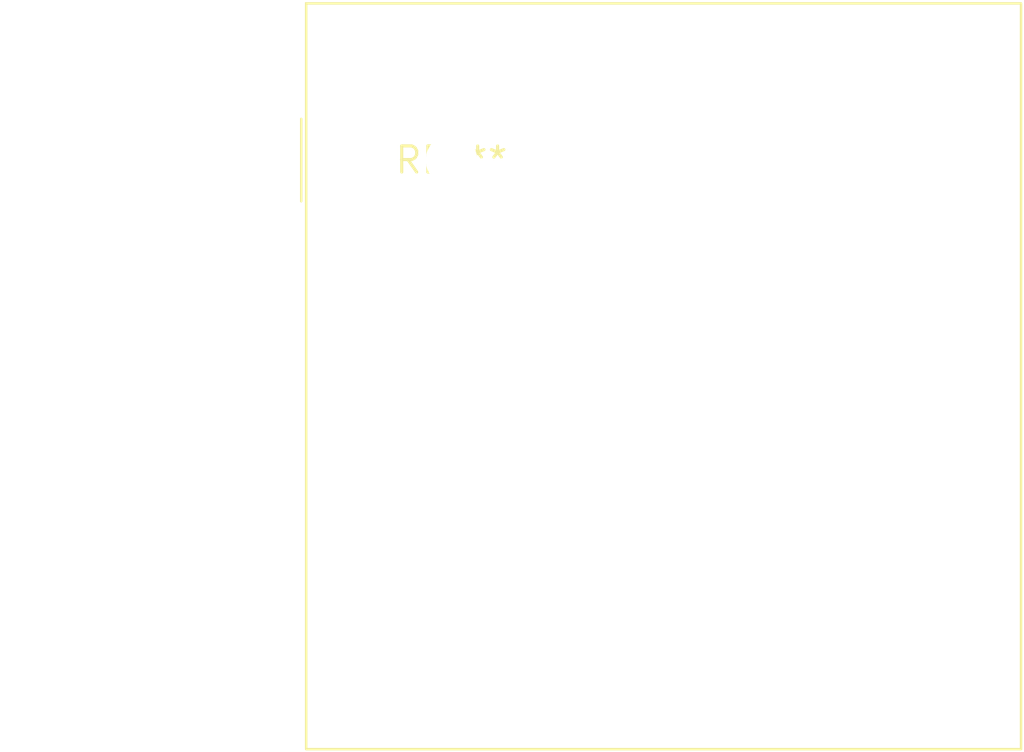
<source format=kicad_pcb>
(kicad_pcb (version 20240108) (generator pcbnew)
  (layers (0 "F.Cu" signal) (31 "B.Cu" signal) (34 "B.Paste" user) (35 "F.Paste" user) (36 "B.SilkS" user "B.Silkscreen") (37 "F.SilkS" user "F.Silkscreen") (38 "B.Mask" user) (39 "F.Mask" user) (44 "Edge.Cuts" user))
  (net 0 "")
  (footprint "L_Wurth_WE-HCFT-3533_LeadDiameter2.0mm" (layer "F.Cu") (at 0 0)
    (property "Reference" "REF**")
    (property "Value" "L_Wurth_WE-HCFT-3533_LeadDiameter2.0mm")
    (fp_line (start -7.3 -2) (end -7.3 2) (layer "F.SilkS") (stroke (width 0.12)))
    (fp_rect (start -7.06 -7.61) (end 27.66 28.61) (layer "F.SilkS") (stroke (width 0.12)) (fill none))
    (pad "" thru_hole circle (at 0 21) (size 3.75 3.75) (drill 2.5) (layers *.Cu *.Mask) (remove_unused_layers))
    (pad "" thru_hole circle (at 20.6 0) (size 3.75 3.75) (drill 2.5) (layers *.Cu *.Mask) (remove_unused_layers))
    (pad "1" thru_hole rect (at 0 0) (size 3.75 3.75) (drill 2.5) (layers *.Cu *.Mask) (remove_unused_layers))
    (pad "2" thru_hole circle (at 20.6 21) (size 3.75 3.75) (drill 2.5) (layers *.Cu *.Mask) (remove_unused_layers))
  )
)
</source>
